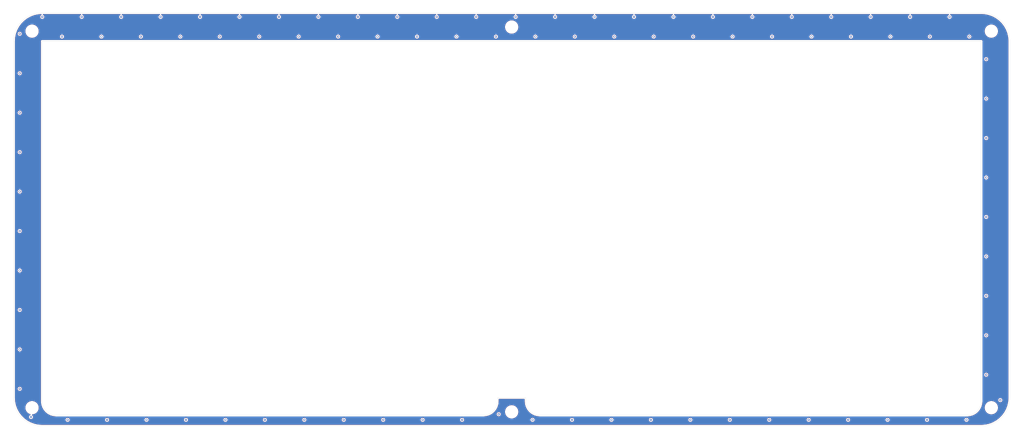
<source format=kicad_pcb>
(kicad_pcb (version 20171130) (host pcbnew "(5.1.5)-3")
  (title_block (date 2020-02-27))
  (layers (0 F.Cu signal) (31 B.Cu signal) (34 B.Paste user) (35 F.Paste user) (36 B.SilkS user) (37 F.SilkS user) (38 B.Mask user) (39 F.Mask user) (44 Edge.Cuts user))
  (net 0 "")
  (net 1 "Net-(H1-Pad1)")
  (module MountingHole:MountingHole_3.2mm_M3 (layer F.Cu) (at 347.453411 174.753427)
    (fp_text reference H6 hide)
    (fp_text value MountingHole)
    (pad 1 np_thru_hole circle (at 0 0) (size 3.2 3.2) (drill 3.2) (layers *.Cu *.Mask) (net 1 "Net-(H1-Pad1)"))
  )
  (module MountingHole:MountingHole_3.2mm_M3 (layer F.Cu) (at 75.096657 174.753427)
    (fp_text reference H2 hide)
    (fp_text value MountingHole)
    (pad 1 np_thru_hole circle (at 0 0) (size 3.2 3.2) (drill 3.2) (layers *.Cu *.Mask) (net 1 "Net-(H1-Pad1)"))
  )
  (module MountingHole:MountingHole_3.2mm_M3 (layer F.Cu) (at 211.275034 175.925)
    (fp_text reference H5 hide)
    (fp_text value MountingHole)
    (pad 1 np_thru_hole circle (at 0 0) (size 3.2 3.2) (drill 3.2) (layers *.Cu *.Mask) (net 1 "Net-(H1-Pad1)"))
  )
  (module MountingHole:MountingHole_3.2mm_M3 (layer F.Cu) (at 211.275034 66.6749)
    (fp_text reference H4 hide)
    (fp_text value MountingHole)
    (pad 1 np_thru_hole circle (at 0 0) (size 3.2 3.2) (drill 3.2) (layers *.Cu *.Mask) (net 1 "Net-(H1-Pad1)"))
  )
  (module MountingHole:MountingHole_3.2mm_M3 (layer F.Cu) (at 347.453411 67.846472)
    (fp_text reference H3 hide)
    (fp_text value MountingHole)
    (pad 1 np_thru_hole circle (at 0 0) (size 3.2 3.2) (drill 3.2) (layers *.Cu *.Mask) (net 1 "Net-(H1-Pad1)"))
  )
  (module MountingHole:MountingHole_3.2mm_M3 (layer F.Cu) (at 75.096657 67.846472)
    (fp_text reference H1 hide)
    (fp_text value MountingHole)
    (pad 1 np_thru_hole circle (at 0 0) (size 3.2 3.2) (drill 3.2) (layers *.Cu *.Mask) (net 1 "Net-(H1-Pad1)"))
  )
  (gr_line (start 215.275034 171.925) (end 207.275034 171.925) (layer Edge.Cuts) (width 0.05))
  (gr_line (start 77.925084 70.674928) (end 344.625 70.674928) (layer Edge.Cuts) (width 0.05))
  (gr_line (start 77.925084 172.925) (end 77.925084 70.674928) (layer Edge.Cuts) (width 0.05))
  (gr_line (start 340.625 176.925) (end 219.275034 176.925) (layer Edge.Cuts) (width 0.05))
  (gr_arc (start 340.625 172.925) (end 340.625 176.925) (angle -90) (layer Edge.Cuts) (width 0.05))
  (gr_arc (start 81.925084 172.925) (end 77.925084 172.925) (angle -90) (layer Edge.Cuts) (width 0.05))
  (gr_line (start 215.275034 172.925) (end 215.275034 171.925) (layer Edge.Cuts) (width 0.05))
  (gr_line (start 203.275034 176.925) (end 81.925084 176.925) (layer Edge.Cuts) (width 0.05))
  (gr_line (start 207.275034 171.925) (end 207.275034 172.925) (layer Edge.Cuts) (width 0.05))
  (gr_line (start 344.625 70.674928) (end 344.625 172.925) (layer Edge.Cuts) (width 0.05))
  (gr_arc (start 203.275034 172.925) (end 203.275034 176.925) (angle -90) (layer Edge.Cuts) (width 0.05))
  (gr_line (start 344.625 62.674929) (end 77.925084 62.674929) (layer Edge.Cuts) (width 0.05))
  (gr_arc (start 219.275034 172.925) (end 215.275034 172.925) (angle -90) (layer Edge.Cuts) (width 0.05))
  (gr_line (start 352.625 171.925) (end 352.625 70.674928) (layer Edge.Cuts) (width 0.05))
  (gr_arc (start 77.925084 171.925) (end 69.925085 171.925) (angle -90) (layer Edge.Cuts) (width 0.05))
  (gr_arc (start 344.625 70.674928) (end 352.625 70.674928) (angle -90) (layer Edge.Cuts) (width 0.05))
  (gr_arc (start 77.925084 70.674928) (end 77.925084 62.674929) (angle -90) (layer Edge.Cuts) (width 0.05))
  (gr_line (start 69.925085 70.674928) (end 69.925085 171.925) (layer Edge.Cuts) (width 0.05))
  (gr_line (start 77.925084 179.925) (end 344.625 179.925) (layer Edge.Cuts) (width 0.05))
  (gr_arc (start 344.625 171.925) (end 344.625 179.925) (angle -90) (layer Edge.Cuts) (width 0.05))
  (via (at 71.6 68.6) (size 0.6) (drill 0.3) (layers F.Cu B.Cu) (net 0))
  (via (at 71.6 79.8) (size 0.6) (drill 0.3) (layers F.Cu B.Cu) (net 0))
  (via (at 71.6 91) (size 0.6) (drill 0.3) (layers F.Cu B.Cu) (net 0))
  (via (at 71.6 102.2) (size 0.6) (drill 0.3) (layers F.Cu B.Cu) (net 0))
  (via (at 71.6 113.4) (size 0.6) (drill 0.3) (layers F.Cu B.Cu) (net 0))
  (via (at 71.6 124.6) (size 0.6) (drill 0.3) (layers F.Cu B.Cu) (net 0))
  (via (at 71.6 135.8) (size 0.6) (drill 0.3) (layers F.Cu B.Cu) (net 0))
  (via (at 71.6 147) (size 0.6) (drill 0.3) (layers F.Cu B.Cu) (net 0))
  (via (at 71.6 158.2) (size 0.6) (drill 0.3) (layers F.Cu B.Cu) (net 0))
  (via (at 71.6 169.4) (size 0.6) (drill 0.3) (layers F.Cu B.Cu) (net 0))
  (via (at 74.8 177.4) (size 0.6) (drill 0.3) (layers F.Cu B.Cu) (net 0))
  (via (at 78 63.8) (size 0.6) (drill 0.3) (layers F.Cu B.Cu) (net 0))
  (via (at 83.6 69.4) (size 0.6) (drill 0.3) (layers F.Cu B.Cu) (net 0))
  (via (at 85.2 178.2) (size 0.6) (drill 0.3) (layers F.Cu B.Cu) (net 0))
  (via (at 89.2 63.8) (size 0.6) (drill 0.3) (layers F.Cu B.Cu) (net 0))
  (via (at 94.8 69.4) (size 0.6) (drill 0.3) (layers F.Cu B.Cu) (net 0))
  (via (at 96.4 178.2) (size 0.6) (drill 0.3) (layers F.Cu B.Cu) (net 0))
  (via (at 100.4 63.8) (size 0.6) (drill 0.3) (layers F.Cu B.Cu) (net 0))
  (via (at 106 69.4) (size 0.6) (drill 0.3) (layers F.Cu B.Cu) (net 0))
  (via (at 107.6 178.2) (size 0.6) (drill 0.3) (layers F.Cu B.Cu) (net 0))
  (via (at 111.6 63.8) (size 0.6) (drill 0.3) (layers F.Cu B.Cu) (net 0))
  (via (at 117.2 69.4) (size 0.6) (drill 0.3) (layers F.Cu B.Cu) (net 0))
  (via (at 118.8 178.2) (size 0.6) (drill 0.3) (layers F.Cu B.Cu) (net 0))
  (via (at 122.8 63.8) (size 0.6) (drill 0.3) (layers F.Cu B.Cu) (net 0))
  (via (at 128.4 69.4) (size 0.6) (drill 0.3) (layers F.Cu B.Cu) (net 0))
  (via (at 130 178.2) (size 0.6) (drill 0.3) (layers F.Cu B.Cu) (net 0))
  (via (at 134 63.8) (size 0.6) (drill 0.3) (layers F.Cu B.Cu) (net 0))
  (via (at 139.6 69.4) (size 0.6) (drill 0.3) (layers F.Cu B.Cu) (net 0))
  (via (at 141.2 178.2) (size 0.6) (drill 0.3) (layers F.Cu B.Cu) (net 0))
  (via (at 145.2 63.8) (size 0.6) (drill 0.3) (layers F.Cu B.Cu) (net 0))
  (via (at 150.8 69.4) (size 0.6) (drill 0.3) (layers F.Cu B.Cu) (net 0))
  (via (at 152.4 178.2) (size 0.6) (drill 0.3) (layers F.Cu B.Cu) (net 0))
  (via (at 156.4 63.8) (size 0.6) (drill 0.3) (layers F.Cu B.Cu) (net 0))
  (via (at 162 69.4) (size 0.6) (drill 0.3) (layers F.Cu B.Cu) (net 0))
  (via (at 163.6 178.2) (size 0.6) (drill 0.3) (layers F.Cu B.Cu) (net 0))
  (via (at 167.6 63.8) (size 0.6) (drill 0.3) (layers F.Cu B.Cu) (net 0))
  (via (at 173.2 69.4) (size 0.6) (drill 0.3) (layers F.Cu B.Cu) (net 0))
  (via (at 174.8 178.2) (size 0.6) (drill 0.3) (layers F.Cu B.Cu) (net 0))
  (via (at 178.8 63.8) (size 0.6) (drill 0.3) (layers F.Cu B.Cu) (net 0))
  (via (at 184.4 69.4) (size 0.6) (drill 0.3) (layers F.Cu B.Cu) (net 0))
  (via (at 186 178.2) (size 0.6) (drill 0.3) (layers F.Cu B.Cu) (net 0))
  (via (at 190 63.8) (size 0.6) (drill 0.3) (layers F.Cu B.Cu) (net 0))
  (via (at 195.6 69.4) (size 0.6) (drill 0.3) (layers F.Cu B.Cu) (net 0))
  (via (at 197.2 178.2) (size 0.6) (drill 0.3) (layers F.Cu B.Cu) (net 0))
  (via (at 201.2 63.8) (size 0.6) (drill 0.3) (layers F.Cu B.Cu) (net 0))
  (via (at 206.8 69.4) (size 0.6) (drill 0.3) (layers F.Cu B.Cu) (net 0))
  (via (at 207.6 176.6) (size 0.6) (drill 0.3) (layers F.Cu B.Cu) (net 0))
  (via (at 212.4 63.8) (size 0.6) (drill 0.3) (layers F.Cu B.Cu) (net 0))
  (via (at 217.2 178.2) (size 0.6) (drill 0.3) (layers F.Cu B.Cu) (net 0))
  (via (at 218 69.4) (size 0.6) (drill 0.3) (layers F.Cu B.Cu) (net 0))
  (via (at 223.6 63.8) (size 0.6) (drill 0.3) (layers F.Cu B.Cu) (net 0))
  (via (at 228.4 178.2) (size 0.6) (drill 0.3) (layers F.Cu B.Cu) (net 0))
  (via (at 229.2 69.4) (size 0.6) (drill 0.3) (layers F.Cu B.Cu) (net 0))
  (via (at 234.8 63.8) (size 0.6) (drill 0.3) (layers F.Cu B.Cu) (net 0))
  (via (at 239.6 178.2) (size 0.6) (drill 0.3) (layers F.Cu B.Cu) (net 0))
  (via (at 240.4 69.4) (size 0.6) (drill 0.3) (layers F.Cu B.Cu) (net 0))
  (via (at 246 63.8) (size 0.6) (drill 0.3) (layers F.Cu B.Cu) (net 0))
  (via (at 250.8 178.2) (size 0.6) (drill 0.3) (layers F.Cu B.Cu) (net 0))
  (via (at 251.6 69.4) (size 0.6) (drill 0.3) (layers F.Cu B.Cu) (net 0))
  (via (at 257.2 63.8) (size 0.6) (drill 0.3) (layers F.Cu B.Cu) (net 0))
  (via (at 262 178.2) (size 0.6) (drill 0.3) (layers F.Cu B.Cu) (net 0))
  (via (at 262.8 69.4) (size 0.6) (drill 0.3) (layers F.Cu B.Cu) (net 0))
  (via (at 268.4 63.8) (size 0.6) (drill 0.3) (layers F.Cu B.Cu) (net 0))
  (via (at 273.2 178.2) (size 0.6) (drill 0.3) (layers F.Cu B.Cu) (net 0))
  (via (at 274 69.4) (size 0.6) (drill 0.3) (layers F.Cu B.Cu) (net 0))
  (via (at 279.6 63.8) (size 0.6) (drill 0.3) (layers F.Cu B.Cu) (net 0))
  (via (at 284.4 178.2) (size 0.6) (drill 0.3) (layers F.Cu B.Cu) (net 0))
  (via (at 285.2 69.4) (size 0.6) (drill 0.3) (layers F.Cu B.Cu) (net 0))
  (via (at 290.8 63.8) (size 0.6) (drill 0.3) (layers F.Cu B.Cu) (net 0))
  (via (at 295.6 178.2) (size 0.6) (drill 0.3) (layers F.Cu B.Cu) (net 0))
  (via (at 296.4 69.4) (size 0.6) (drill 0.3) (layers F.Cu B.Cu) (net 0))
  (via (at 302 63.8) (size 0.6) (drill 0.3) (layers F.Cu B.Cu) (net 0))
  (via (at 306.8 178.2) (size 0.6) (drill 0.3) (layers F.Cu B.Cu) (net 0))
  (via (at 307.6 69.4) (size 0.6) (drill 0.3) (layers F.Cu B.Cu) (net 0))
  (via (at 313.2 63.8) (size 0.6) (drill 0.3) (layers F.Cu B.Cu) (net 0))
  (via (at 318 178.2) (size 0.6) (drill 0.3) (layers F.Cu B.Cu) (net 0))
  (via (at 318.8 69.4) (size 0.6) (drill 0.3) (layers F.Cu B.Cu) (net 0))
  (via (at 324.4 63.8) (size 0.6) (drill 0.3) (layers F.Cu B.Cu) (net 0))
  (via (at 329.2 178.2) (size 0.6) (drill 0.3) (layers F.Cu B.Cu) (net 0))
  (via (at 330 69.4) (size 0.6) (drill 0.3) (layers F.Cu B.Cu) (net 0))
  (via (at 335.6 63.8) (size 0.6) (drill 0.3) (layers F.Cu B.Cu) (net 0))
  (via (at 340.4 178.2) (size 0.6) (drill 0.3) (layers F.Cu B.Cu) (net 0))
  (via (at 341.2 69.4) (size 0.6) (drill 0.3) (layers F.Cu B.Cu) (net 0))
  (via (at 346 75.8) (size 0.6) (drill 0.3) (layers F.Cu B.Cu) (net 0))
  (via (at 346 87) (size 0.6) (drill 0.3) (layers F.Cu B.Cu) (net 0))
  (via (at 346 98.2) (size 0.6) (drill 0.3) (layers F.Cu B.Cu) (net 0))
  (via (at 346 109.4) (size 0.6) (drill 0.3) (layers F.Cu B.Cu) (net 0))
  (via (at 346 120.6) (size 0.6) (drill 0.3) (layers F.Cu B.Cu) (net 0))
  (via (at 346 131.8) (size 0.6) (drill 0.3) (layers F.Cu B.Cu) (net 0))
  (via (at 346 143) (size 0.6) (drill 0.3) (layers F.Cu B.Cu) (net 0))
  (via (at 346 154.2) (size 0.6) (drill 0.3) (layers F.Cu B.Cu) (net 0))
  (via (at 346 165.4) (size 0.6) (drill 0.3) (layers F.Cu B.Cu) (net 0))
  (via (at 350 172.6) (size 0.6) (drill 0.3) (layers F.Cu B.Cu) (net 0))
  (zone (net 0) (net_name "") (layer B.Cu) (connect_pads yes (clearance 0.3)) (min_thickness 0.254) (fill yes (arc_segments 32) (thermal_gap 0.508) (thermal_bridge_width 0.508))
    (polygon (pts (xy 356.75 59.5) (xy 356.25 184.5) (xy 66 183.5) (xy 67 59)))
  )
  (zone (net 0) (net_name "") (layer F.Cu) (connect_pads yes (clearance 0.3)) (min_thickness 0.254) (fill yes (arc_segments 32) (thermal_gap 0.508) (thermal_bridge_width 0.508))
    (polygon (pts (xy 356.75 59.5) (xy 356.25 184.5) (xy 66 183.5) (xy 67 59)))
  )
)
</source>
